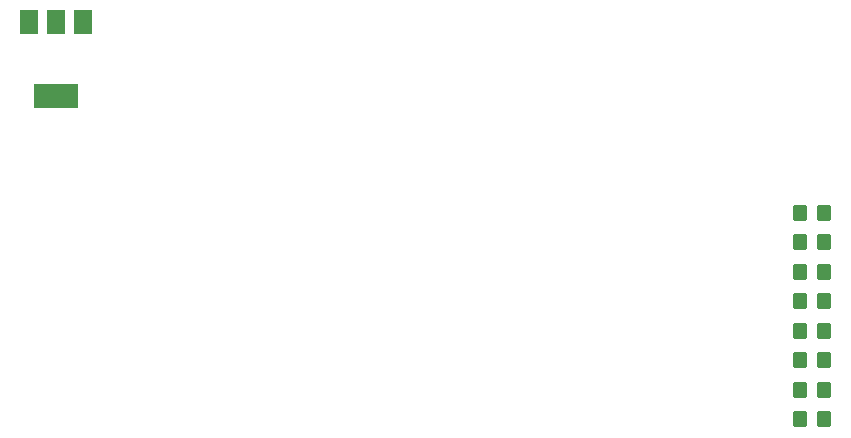
<source format=gtp>
G04 #@! TF.GenerationSoftware,KiCad,Pcbnew,7.0.7*
G04 #@! TF.CreationDate,2024-01-31T17:55:45+01:00*
G04 #@! TF.ProjectId,AmpelSchaltung,416d7065-6c53-4636-9861-6c74756e672e,rev?*
G04 #@! TF.SameCoordinates,Original*
G04 #@! TF.FileFunction,Paste,Top*
G04 #@! TF.FilePolarity,Positive*
%FSLAX46Y46*%
G04 Gerber Fmt 4.6, Leading zero omitted, Abs format (unit mm)*
G04 Created by KiCad (PCBNEW 7.0.7) date 2024-01-31 17:55:45*
%MOMM*%
%LPD*%
G01*
G04 APERTURE LIST*
G04 Aperture macros list*
%AMRoundRect*
0 Rectangle with rounded corners*
0 $1 Rounding radius*
0 $2 $3 $4 $5 $6 $7 $8 $9 X,Y pos of 4 corners*
0 Add a 4 corners polygon primitive as box body*
4,1,4,$2,$3,$4,$5,$6,$7,$8,$9,$2,$3,0*
0 Add four circle primitives for the rounded corners*
1,1,$1+$1,$2,$3*
1,1,$1+$1,$4,$5*
1,1,$1+$1,$6,$7*
1,1,$1+$1,$8,$9*
0 Add four rect primitives between the rounded corners*
20,1,$1+$1,$2,$3,$4,$5,0*
20,1,$1+$1,$4,$5,$6,$7,0*
20,1,$1+$1,$6,$7,$8,$9,0*
20,1,$1+$1,$8,$9,$2,$3,0*%
G04 Aperture macros list end*
%ADD10RoundRect,0.250000X-0.350000X-0.450000X0.350000X-0.450000X0.350000X0.450000X-0.350000X0.450000X0*%
%ADD11RoundRect,0.250000X0.350000X0.450000X-0.350000X0.450000X-0.350000X-0.450000X0.350000X-0.450000X0*%
%ADD12R,1.500000X2.000000*%
%ADD13R,3.800000X2.000000*%
G04 APERTURE END LIST*
D10*
X180500000Y-90000000D03*
X182500000Y-90000000D03*
X180500000Y-82500000D03*
X182500000Y-82500000D03*
X180500000Y-80000000D03*
X182500000Y-80000000D03*
X180500000Y-85000000D03*
X182500000Y-85000000D03*
X180500000Y-77500000D03*
X182500000Y-77500000D03*
X180500000Y-87500000D03*
X182500000Y-87500000D03*
D11*
X182500000Y-92500000D03*
X180500000Y-92500000D03*
D10*
X180500000Y-95000000D03*
X182500000Y-95000000D03*
D12*
X119800000Y-61350000D03*
X117500000Y-61350000D03*
D13*
X117500000Y-67650000D03*
D12*
X115200000Y-61350000D03*
M02*

</source>
